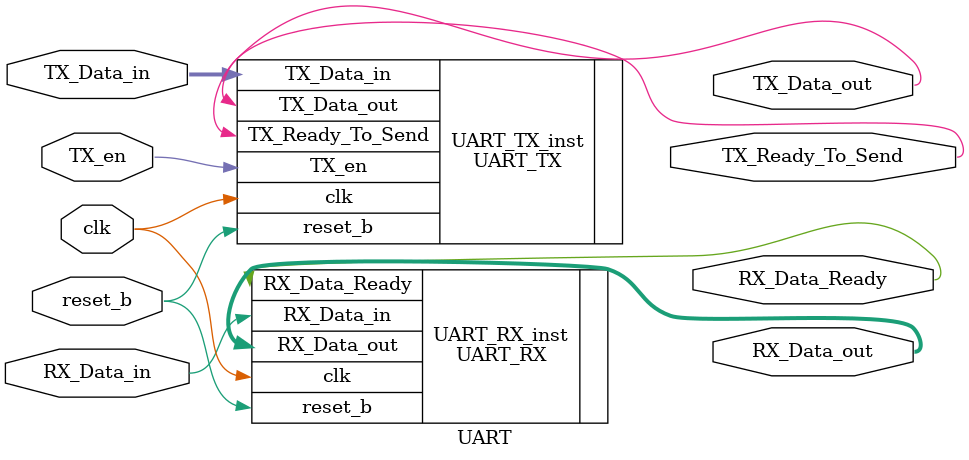
<source format=v>


module UART #(parameter WORD_SIZE=8, parameter WORD_SIZE_WIDTH=4) (

    input clk,
    input reset_b,
    input [WORD_SIZE-1:0] TX_Data_in,
    input TX_en,
    input RX_Data_in,
    
    output wire TX_Data_out,
    output wire TX_Ready_To_Send,
    output wire[WORD_SIZE-1:0] RX_Data_out,
    output wire RX_Data_Ready
    

);

    UART_TX #(.WORD_SIZE(WORD_SIZE), .WORD_SIZE_WIDTH(WORD_SIZE_WIDTH)) UART_TX_inst(
        
        .clk(clk),
        .reset_b(reset_b),
        .TX_Data_in(TX_Data_in),
        .TX_en(TX_en),
        
        .TX_Data_out(TX_Data_out),
        .TX_Ready_To_Send(TX_Ready_To_Send)
        
    );
    
    UART_RX #(.WORD_SIZE(WORD_SIZE), .WORD_SIZE_WIDTH(WORD_SIZE_WIDTH)) UART_RX_inst(
    
        .clk(clk),
        .reset_b(reset_b),
        .RX_Data_in(RX_Data_in),
        
        .RX_Data_out(RX_Data_out),
        .RX_Data_Ready(RX_Data_Ready)
        
    );
    
  
endmodule

</source>
